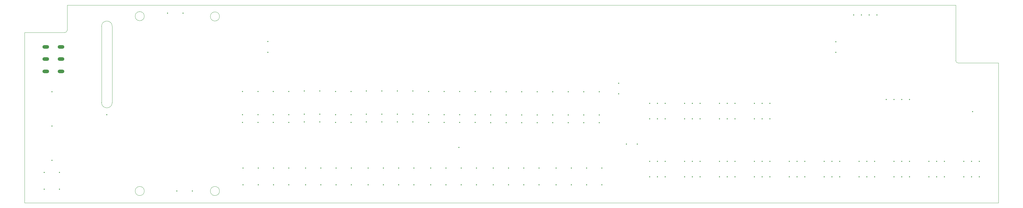
<source format=gbr>
%TF.GenerationSoftware,KiCad,Pcbnew,8.0.9*%
%TF.CreationDate,2025-02-25T23:01:13+01:00*%
%TF.ProjectId,Heizkreiscontroller,4865697a-6b72-4656-9973-636f6e74726f,rev?*%
%TF.SameCoordinates,Original*%
%TF.FileFunction,Profile,NP*%
%FSLAX46Y46*%
G04 Gerber Fmt 4.6, Leading zero omitted, Abs format (unit mm)*
G04 Created by KiCad (PCBNEW 8.0.9) date 2025-02-25 23:01:13*
%MOMM*%
%LPD*%
G01*
G04 APERTURE LIST*
%TA.AperFunction,Profile*%
%ADD10C,0.050000*%
%TD*%
%ADD11C,0.350000*%
%ADD12O,2.200000X1.200000*%
G04 APERTURE END LIST*
D10*
X20000000Y-100000000D02*
X20000000Y-44000000D01*
X48750000Y-42000000D02*
X48750000Y-67000000D01*
X45250000Y-67000000D02*
X45250000Y-42000000D01*
X339000000Y-100000000D02*
X339000000Y-54000000D01*
X33250000Y-44000000D02*
X20000000Y-44000000D01*
X48750000Y-67000000D02*
G75*
G02*
X45250000Y-67000000I-1750000J0D01*
G01*
X34000000Y-35000000D02*
X34000000Y-43250000D01*
X325000000Y-35000000D02*
X34000000Y-35000000D01*
X325750000Y-54000000D02*
X339000000Y-54000000D01*
X34000000Y-43250000D02*
G75*
G02*
X33250000Y-44000000I-750000J0D01*
G01*
X325000000Y-35000000D02*
X325000000Y-53250000D01*
X325750000Y-54000000D02*
G75*
G02*
X325000000Y-53250000I0J750000D01*
G01*
X45250000Y-42000000D02*
G75*
G02*
X48750000Y-42000000I1750000J0D01*
G01*
X20000000Y-100000000D02*
X339000000Y-100000000D01*
%TO.C,U2*%
X59260000Y-38635000D02*
G75*
G02*
X56260000Y-38635000I-1500000J0D01*
G01*
X56260000Y-38635000D02*
G75*
G02*
X59260000Y-38635000I1500000J0D01*
G01*
X59260000Y-96075000D02*
G75*
G02*
X56260000Y-96075000I-1500000J0D01*
G01*
X56260000Y-96075000D02*
G75*
G02*
X59260000Y-96075000I1500000J0D01*
G01*
X83886000Y-38725000D02*
G75*
G02*
X80886000Y-38725000I-1500000J0D01*
G01*
X80886000Y-38725000D02*
G75*
G02*
X83886000Y-38725000I1500000J0D01*
G01*
X83886000Y-96075000D02*
G75*
G02*
X80886000Y-96075000I-1500000J0D01*
G01*
X80886000Y-96075000D02*
G75*
G02*
X83886000Y-96075000I1500000J0D01*
G01*
%TD*%
D11*
X236220000Y-67310000D03*
X236220000Y-72390000D03*
X238760000Y-67310000D03*
X238760000Y-72390000D03*
X241300000Y-67310000D03*
X241300000Y-72390000D03*
X281940000Y-86360000D03*
X281940000Y-91440000D03*
X284480000Y-86360000D03*
X284480000Y-91440000D03*
X287020000Y-86360000D03*
X287020000Y-91440000D03*
X285750000Y-50547651D03*
X285750000Y-47047651D03*
X132560000Y-88540000D03*
X132560000Y-94040000D03*
X137560000Y-88540000D03*
X137560000Y-94040000D03*
X142560000Y-88540000D03*
X142560000Y-94040000D03*
X147560000Y-88540000D03*
X147560000Y-94040000D03*
X153060000Y-88540000D03*
X153060000Y-94040000D03*
X158060000Y-88540000D03*
X158060000Y-94040000D03*
X163060000Y-88540000D03*
X163060000Y-94040000D03*
X168060000Y-88540000D03*
X168060000Y-94040000D03*
X187960000Y-73660000D03*
X187960000Y-71120000D03*
X187960000Y-63500000D03*
X182880000Y-63500000D03*
X182880000Y-71120000D03*
X182880000Y-73660000D03*
X304800000Y-86360000D03*
X304800000Y-91440000D03*
X307340000Y-86360000D03*
X307340000Y-91440000D03*
X309880000Y-86360000D03*
X309880000Y-91440000D03*
X208280000Y-73660000D03*
X208280000Y-71120000D03*
X208280000Y-63500000D03*
X203200000Y-63500000D03*
X203200000Y-71120000D03*
X203200000Y-73660000D03*
X137027500Y-73415000D03*
X137027500Y-70875000D03*
X137027500Y-63255000D03*
X131947500Y-63255000D03*
X131947500Y-70875000D03*
X131947500Y-73415000D03*
X194106800Y-88556200D03*
X194106800Y-94056200D03*
X199106800Y-88556200D03*
X199106800Y-94056200D03*
X204106800Y-88556200D03*
X204106800Y-94056200D03*
X209106800Y-88556200D03*
X209106800Y-94056200D03*
X236220000Y-86360000D03*
X236220000Y-91440000D03*
X238760000Y-86360000D03*
X238760000Y-91440000D03*
X241300000Y-86360000D03*
X241300000Y-91440000D03*
X259080000Y-67310000D03*
X259080000Y-72390000D03*
X261620000Y-67310000D03*
X261620000Y-72390000D03*
X264160000Y-67310000D03*
X264160000Y-72390000D03*
X162250000Y-81750000D03*
X247650000Y-67310000D03*
X247650000Y-72390000D03*
X250190000Y-67310000D03*
X250190000Y-72390000D03*
X252730000Y-67310000D03*
X252730000Y-72390000D03*
X69884000Y-96075000D03*
X74964000Y-96075000D03*
X66859000Y-37667100D03*
X71939000Y-37667100D03*
X220670000Y-80645000D03*
X217170000Y-80645000D03*
X91560000Y-88540000D03*
X91560000Y-94040000D03*
X96560000Y-88540000D03*
X96560000Y-94040000D03*
X101560000Y-88540000D03*
X101560000Y-94040000D03*
X106560000Y-88540000D03*
X106560000Y-94040000D03*
X99695000Y-50490000D03*
X99695000Y-46990000D03*
X330500000Y-70000000D03*
X224790000Y-86360000D03*
X224790000Y-91440000D03*
X227330000Y-86360000D03*
X227330000Y-91440000D03*
X229870000Y-86360000D03*
X229870000Y-91440000D03*
X112060000Y-88540000D03*
X112060000Y-94040000D03*
X117060000Y-88540000D03*
X117060000Y-94040000D03*
X122060000Y-88540000D03*
X122060000Y-94040000D03*
X127060000Y-88540000D03*
X127060000Y-94040000D03*
X309880000Y-66040000D03*
X307340000Y-66040000D03*
X304800000Y-66040000D03*
X302260000Y-66040000D03*
X247650000Y-86360000D03*
X247650000Y-91440000D03*
X250190000Y-86360000D03*
X250190000Y-91440000D03*
X252730000Y-86360000D03*
X252730000Y-91440000D03*
X106547500Y-73537500D03*
X106547500Y-70997500D03*
X106547500Y-63377500D03*
X101467500Y-63377500D03*
X101467500Y-70997500D03*
X101467500Y-73537500D03*
X167640000Y-73537500D03*
X167640000Y-70997500D03*
X167640000Y-63377500D03*
X162560000Y-63377500D03*
X162560000Y-70997500D03*
X162560000Y-73537500D03*
X327660000Y-86360000D03*
X327660000Y-91440000D03*
X330200000Y-86360000D03*
X330200000Y-91440000D03*
X332740000Y-86360000D03*
X332740000Y-91440000D03*
X293370000Y-86360000D03*
X293370000Y-91440000D03*
X295910000Y-86360000D03*
X295910000Y-91440000D03*
X298450000Y-86360000D03*
X298450000Y-91440000D03*
X177800000Y-73660000D03*
X177800000Y-71120000D03*
X177800000Y-63500000D03*
X172720000Y-63500000D03*
X172720000Y-71120000D03*
X172720000Y-73660000D03*
X47000000Y-71000000D03*
X198120000Y-73660000D03*
X198120000Y-71120000D03*
X198120000Y-63500000D03*
X193040000Y-63500000D03*
X193040000Y-71120000D03*
X193040000Y-73660000D03*
X270510000Y-86360000D03*
X270510000Y-91440000D03*
X273050000Y-86360000D03*
X273050000Y-91440000D03*
X275590000Y-86360000D03*
X275590000Y-91440000D03*
X316230000Y-86360000D03*
X316230000Y-91440000D03*
X318770000Y-86360000D03*
X318770000Y-91440000D03*
X321310000Y-86360000D03*
X321310000Y-91440000D03*
X26500000Y-90000000D03*
X26500000Y-95500000D03*
X31500000Y-90000000D03*
X31500000Y-95500000D03*
X224790000Y-67310000D03*
X224790000Y-72390000D03*
X227330000Y-67310000D03*
X227330000Y-72390000D03*
X229870000Y-67310000D03*
X229870000Y-72390000D03*
X291541200Y-38252400D03*
X294081200Y-38252400D03*
X296621200Y-38252400D03*
X299161200Y-38252400D03*
X214630000Y-60635000D03*
X214630000Y-64135000D03*
X157480000Y-73537500D03*
X157480000Y-70997500D03*
X157480000Y-63377500D03*
X152400000Y-63377500D03*
X152400000Y-70997500D03*
X152400000Y-73537500D03*
X116707500Y-73415000D03*
X116707500Y-70875000D03*
X116707500Y-63255000D03*
X111627500Y-63255000D03*
X111627500Y-70875000D03*
X111627500Y-73415000D03*
X259080000Y-86360000D03*
X259080000Y-91440000D03*
X261620000Y-86360000D03*
X261620000Y-91440000D03*
X264160000Y-86360000D03*
X264160000Y-91440000D03*
X127000000Y-73537500D03*
X127000000Y-70997500D03*
X127000000Y-63377500D03*
X121920000Y-63377500D03*
X121920000Y-70997500D03*
X121920000Y-73537500D03*
X173560000Y-88540000D03*
X173560000Y-94040000D03*
X178560000Y-88540000D03*
X178560000Y-94040000D03*
X183560000Y-88540000D03*
X183560000Y-94040000D03*
X188560000Y-88540000D03*
X188560000Y-94040000D03*
X29000000Y-74750000D03*
X29000000Y-63500000D03*
X29000000Y-86000000D03*
X96520000Y-73537500D03*
X96520000Y-70997500D03*
X96520000Y-63377500D03*
X91440000Y-63377500D03*
X91440000Y-70997500D03*
X91440000Y-73537500D03*
D12*
X32000000Y-48750000D03*
X32000000Y-52750000D03*
X32000000Y-56750000D03*
X27000000Y-48750000D03*
X27000000Y-52750000D03*
X27000000Y-56750000D03*
D11*
X147187500Y-73415000D03*
X147187500Y-70875000D03*
X147187500Y-63255000D03*
X142107500Y-63255000D03*
X142107500Y-70875000D03*
X142107500Y-73415000D03*
M02*

</source>
